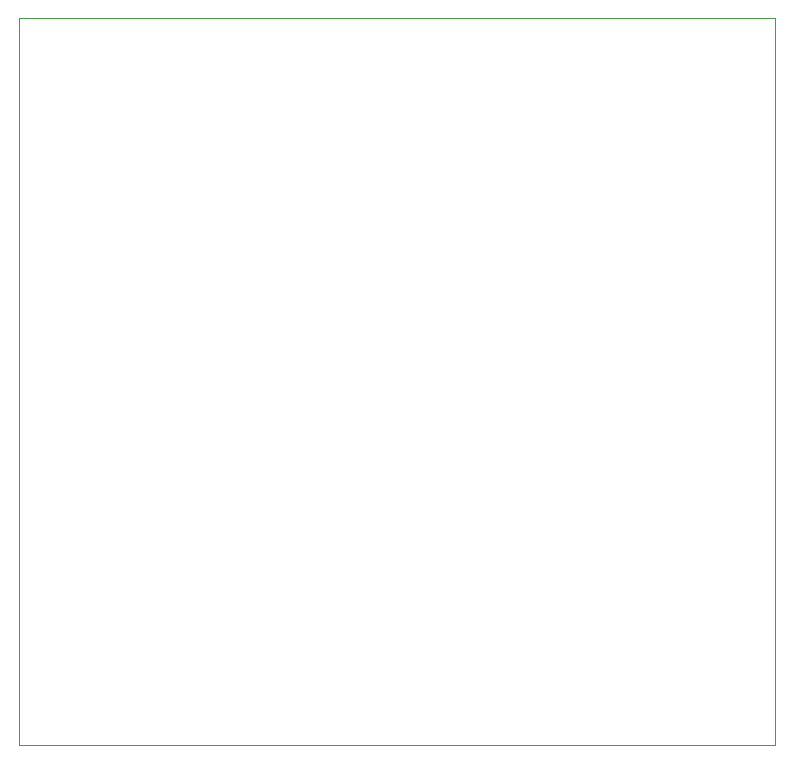
<source format=gbr>
%TF.GenerationSoftware,KiCad,Pcbnew,8.0.0*%
%TF.CreationDate,2024-03-28T11:43:17-03:00*%
%TF.ProjectId,ponderada_sem6_kicad,706f6e64-6572-4616-9461-5f73656d365f,rev?*%
%TF.SameCoordinates,Original*%
%TF.FileFunction,Profile,NP*%
%FSLAX46Y46*%
G04 Gerber Fmt 4.6, Leading zero omitted, Abs format (unit mm)*
G04 Created by KiCad (PCBNEW 8.0.0) date 2024-03-28 11:43:17*
%MOMM*%
%LPD*%
G01*
G04 APERTURE LIST*
%TA.AperFunction,Profile*%
%ADD10C,0.050000*%
%TD*%
G04 APERTURE END LIST*
D10*
X95000000Y-79500000D02*
X159000000Y-79500000D01*
X159000000Y-141000000D01*
X95000000Y-141000000D01*
X95000000Y-79500000D01*
M02*

</source>
